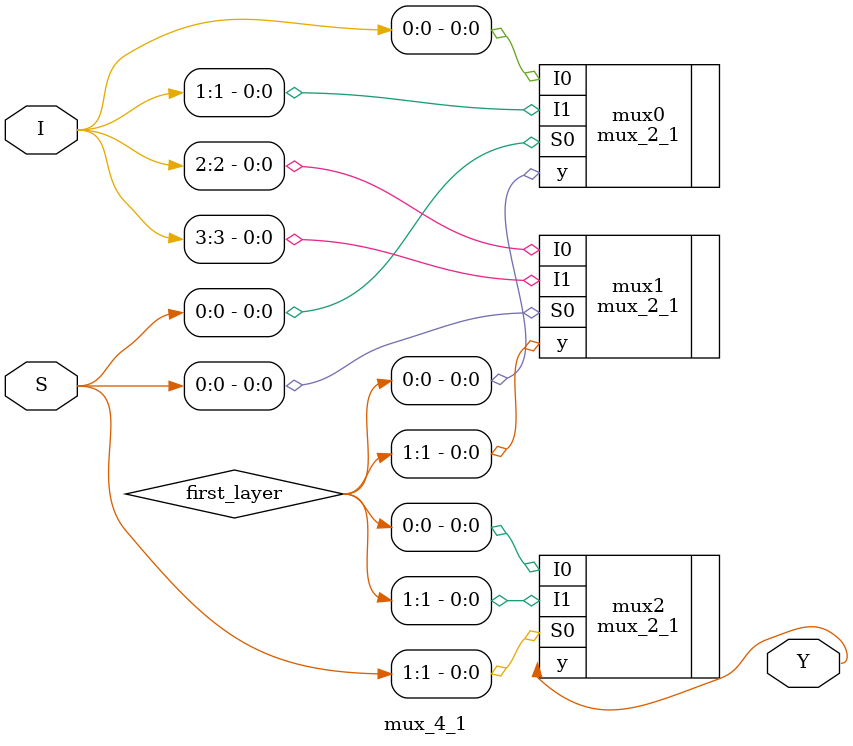
<source format=v>
`timescale 1ns / 1ps


module mux_4_1(
    input wire [3:0]I,
    input wire [1:0]S,
    output wire Y

    );
    wire [1:0]first_layer;
    mux_2_1 mux0(.I0(I[0]),.I1(I[1]),.S0(S[0]),.y(first_layer[0]));
    mux_2_1 mux1(.I0(I[2]),.I1(I[3]),.S0(S[0]),.y(first_layer[1]));
    mux_2_1 mux2(.I0(first_layer[0]),.I1(first_layer[1]),.S0(S[1]),.y(Y));
endmodule

</source>
